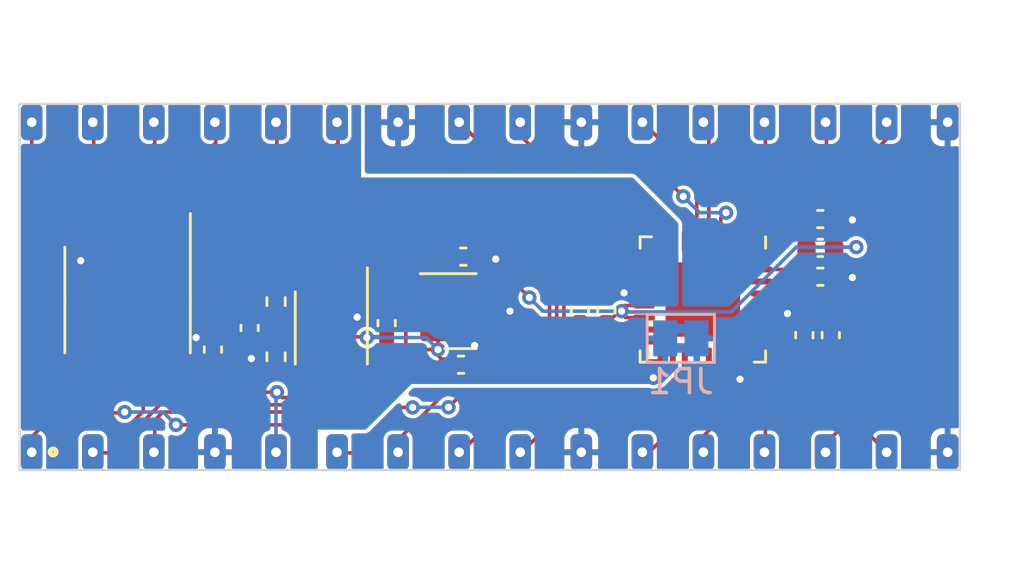
<source format=kicad_pcb>
(kicad_pcb (version 20221018) (generator pcbnew)
  (layers (0 "F.Cu" signal) (31 "B.Cu" signal) (34 "B.Paste" user) (35 "F.Paste" user) (36 "B.SilkS" user "B.Silkscreen") (37 "F.SilkS" user "F.Silkscreen") (38 "B.Mask" user) (39 "F.Mask" user) (44 "Edge.Cuts" user))
  (net 0 "")
  (net 1 "GND")
  (net 2 "+3.3VA")
  (net 3 "+3.3V")
  (net 4 "+5V")
  (net 5 "/V_SPKR")
  (net 6 "/MICBIAS")
  (net 7 "/FS")
  (net 8 "/DACIN")
  (net 9 "/ADCOUT")
  (net 10 "/CSB")
  (net 11 "GNDA")
  (net 12 "/SDIO")
  (net 13 "/SCLK")
  (net 14 "/MCLK")
  (net 15 "/BCLK")
  (net 16 "/CSB{slash}GPIO1")
  (net 17 "Net-(U2-VREF)")
  (net 18 "Net-(U2-SDIO)")
  (net 19 "Net-(U2-SCLK)")
  (net 20 "/LMIC_P")
  (net 21 "/LMIC_N")
  (net 22 "/RMIC_P")
  (net 23 "/RMIC_N")
  (net 24 "/LLIN{slash}GPIO2")
  (net 25 "/RLIN{slash}GPIO3")
  (net 26 "/RAUXIN")
  (net 27 "/LAUXIN")
  (net 28 "/AUXOUT1")
  (net 29 "/RSPKOUT")
  (net 30 "/LSPKOUT")
  (net 31 "/RHP")
  (net 32 "/LHP")
  (net 33 "Net-(U2-FS)")
  (net 34 "Net-(U2-BCLK)")
  (net 35 "Net-(U2-ADCOUT)")
  (net 36 "Net-(U2-DACIN)")
  (net 37 "Net-(U2-MCLK)")
  (net 38 "/AUXOUT2")
  (footprint "Capacitor_SMD:C_0402_1005Metric_Pad0.74x0.62mm_HandSolder" (layer "F.Cu") (at 141.801219 59.632506 90)
    (fp_text reference "C3" hide)
    (fp_text value "4.7u")
  )
  (footprint "Capacitor_SMD:C_0402_1005Metric_Pad0.74x0.62mm_HandSolder" (layer "F.Cu") (at 125.4375 61.26625 90)
    (fp_text reference "C10" hide)
    (fp_text value "4.7u")
  )
  (footprint "Capacitor_SMD:C_0402_1005Metric_Pad0.74x0.62mm_HandSolder" (layer "F.Cu") (at 150.701219 55.832506)
    (fp_text reference "C8" hide)
    (fp_text value "4.7u")
  )
  (footprint "Package_SO:TSSOP-14_4.4x5mm_P0.65mm" (layer "F.Cu") (at 121.8875 59.20375 -90)
    (fp_text reference "U4" hide)
    (fp_text value "74LV6T17")
  )
  (footprint "Capacitor_SMD:C_0402_1005Metric_Pad0.74x0.62mm_HandSolder" (layer "F.Cu") (at 150.0375 60.66625 90)
    (fp_text reference "C1" hide)
    (fp_text value "4.7u")
  )
  (footprint "Capacitor_SMD:C_0402_1005Metric_Pad0.74x0.62mm_HandSolder" (layer "F.Cu") (at 150.701219 58.232506)
    (fp_text reference "C2" hide)
    (fp_text value "4.7u")
  )
  (footprint "Capacitor_SMD:C_0402_1005Metric_Pad0.74x0.62mm_HandSolder" (layer "F.Cu") (at 132.6625 60.16625 90)
    (fp_text reference "C11" hide)
    (fp_text value "4.7u")
  )
  (footprint "Inductor_SMD:L_0402_1005Metric_Pad0.77x0.64mm_HandSolder" (layer "F.Cu") (at 150.701219 57.032506 180)
    (fp_text reference "FB1" hide)
    (fp_text value "FerriteBead_Small")
  )
  (footprint "anachron:DIP-32_pin_header" (layer "F.Cu") (at 142.03 58.67 90)
    (fp_text reference "SOCKET2" hide)
    (fp_text value "Conn_02x20_Counter_Clockwise")
  )
  (footprint "Package_SO:SSOP-8_2.95x2.8mm_P0.65mm" (layer "F.Cu") (at 130.3625 60.36625 -90)
    (fp_text reference "U6" hide)
    (fp_text value "TXS0102DCT")
  )
  (footprint "Resistor_SMD:R_0402_1005Metric_Pad0.72x0.64mm_HandSolder" (layer "F.Cu") (at 128.0625 59.26625 90)
    (fp_text reference "R1" hide)
    (fp_text value "10k")
  )
  (footprint "Capacitor_SMD:C_0402_1005Metric_Pad0.74x0.62mm_HandSolder" (layer "F.Cu") (at 140.701219 59.632506 90)
    (fp_text reference "C6" hide)
    (fp_text value "4.7u")
  )
  (footprint "Capacitor_SMD:C_0402_1005Metric_Pad0.74x0.62mm_HandSolder" (layer "F.Cu") (at 135.755 61.89625)
    (fp_text reference "C12" hide)
    (fp_text value "4.7u")
  )
  (footprint "Capacitor_SMD:C_0402_1005Metric_Pad0.74x0.62mm_HandSolder" (layer "F.Cu") (at 151.1375 60.66625 90)
    (fp_text reference "C7" hide)
    (fp_text value "4.7u")
  )
  (footprint "Capacitor_SMD:C_0402_1005Metric_Pad0.74x0.62mm_HandSolder" (layer "F.Cu") (at 126.9625 60.36625 -90)
    (fp_text reference "C9" hide)
    (fp_text value "4.7u")
  )
  (footprint "Package_TO_SOT_SMD:SOT-23" (layer "F.Cu") (at 135.7375 59.66625)
    (fp_text reference "U1" hide)
    (fp_text value "LM3480-3.3")
  )
  (footprint "Resistor_SMD:R_0402_1005Metric_Pad0.72x0.64mm_HandSolder" (layer "F.Cu") (at 128.0625 61.56625 -90)
    (fp_text reference "R2" hide)
    (fp_text value "10k")
  )
  (footprint "Package_DFN_QFN:QFN-32-1EP_5x5mm_P0.5mm_EP3.1x3.1mm" (layer "F.Cu") (at 145.816219 59.180006 -90)
    (fp_text reference "U2" hide)
    (fp_text value "NAU8822")
  )
  (footprint "Capacitor_SMD:C_0402_1005Metric_Pad0.74x0.62mm_HandSolder" (layer "F.Cu") (at 135.855 57.39625)
    (fp_text reference "C13" hide)
    (fp_text value "4.7u")
  )
  (footprint "Jumper:SolderJumper-2_P1.3mm_Bridged2Bar_Pad1.0x1.5mm" (layer "B.Cu") (at 144.9 60.8)
    (fp_text reference "JP1")
    (fp_text value "Jumper_2_Bridged")
  )
  (gr_line (start 117.392 66.278) (end 117.392 51.038) (stroke (width 0.1)) (layer "Edge.Cuts"))
  (gr_line (start 117.392 51.038) (end 156.508 51.038) (stroke (width 0.1)) (layer "Edge.Cuts"))
  (gr_line (start 156.508 51.038) (end 156.508 66.278) (stroke (width 0.1)) (layer "Edge.Cuts"))
  (gr_line (start 156.508 66.278) (end 117.392 66.278) (stroke (width 0.1)) (layer "Edge.Cuts"))
  (segment (start 143.378719 58.930006) (end 142.5375 58.930006) (width 0.15) (layer "F.Cu") (net 1))
  (segment (start 126.9625 60.93375) (end 126.9625 61.69125) (width 0.15) (layer "F.Cu") (net 1))
  (segment (start 142.5375 58.906254) (end 142.537345 58.906099) (width 0.15) (layer "F.Cu") (net 1))
  (segment (start 124.805 60.69875) (end 124.7375 60.76625) (width 0.15) (layer "F.Cu") (net 1))
  (segment (start 132.57 59.69125) (end 132.2375 59.69125) (width 0.15) (layer "F.Cu") (net 1))
  (segment (start 119.9375 56.34125) (end 119.9375 57.56625) (width 0.15) (layer "F.Cu") (net 1))
  (segment (start 136.3225 61.89625) (end 136.3225 61.09625) (width 0.15) (layer "F.Cu") (net 1))
  (segment (start 140.701219 59.065006) (end 141.801219 59.065006) (width 0.15) (layer "F.Cu") (net 1))
  (segment (start 144.566219 61.617506) (end 144.566219 62.055005) (width 0.15) (layer "F.Cu") (net 1))
  (segment (start 132.2375 59.69125) (end 132.0625 59.86625) (width 0.15) (layer "F.Cu") (net 1))
  (segment (start 142.4375 58.930006) (end 141.936219 58.930006) (width 0.15) (layer "F.Cu") (net 1))
  (segment (start 127.0375 61.76625) (end 127.0375 61.63875) (width 0.15) (layer "F.Cu") (net 1))
  (segment (start 143.378719 58.930006) (end 145.566219 58.930006) (width 0.15) (layer "F.Cu") (net 1))
  (segment (start 144.154974 62.46625) (end 143.781371 62.46625) (width 0.15) (layer "F.Cu") (net 1))
  (segment (start 130.9625 59.86625) (end 130.6875 59.59125) (width 0.15) (layer "F.Cu") (net 1))
  (segment (start 126.9625 61.69125) (end 127.0375 61.76625) (width 0.15) (layer "F.Cu") (net 1))
  (segment (start 131.4375 59.86625) (end 131.4375 59.916252) (width 0.15) (layer "F.Cu") (net 1))
  (segment (start 142.5375 58.930006) (end 142.5375 58.906254) (width 0.15) (layer "F.Cu") (net 1))
  (segment (start 144.566219 61.617506) (end 144.566219 60.430006) (width 0.15) (layer "F.Cu") (net 1))
  (segment (start 131.4375 59.86625) (end 130.9625 59.86625) (width 0.15) (layer "F.Cu") (net 1))
  (segment (start 130.6875 59.59125) (end 130.6875 58.66625) (width 0.15) (layer "F.Cu") (net 1))
  (segment (start 143.781371 62.46625) (end 143.756371 62.44125) (width 0.15) (layer "F.Cu") (net 1))
  (segment (start 137.09625 57.39625) (end 137.2 57.5) (width 0.15) (layer "F.Cu") (net 1))
  (segment (start 136.675 59.66625) (end 137.7925 59.66625) (width 0.15) (layer "F.Cu") (net 1))
  (segment (start 132.0625 59.86625) (end 131.4375 59.86625) (width 0.15) (layer "F.Cu") (net 1))
  (segment (start 144.566219 62.055005) (end 144.154974 62.46625) (width 0.15) (layer "F.Cu") (net 1))
  (segment (start 142.5375 58.930006) (end 142.4375 58.930006) (width 0.15) (layer "F.Cu") (net 1))
  (segment (start 125.4375 60.69875) (end 124.805 60.69875) (width 0.15) (layer "F.Cu") (net 1))
  (segment (start 136.4225 57.39625) (end 137.09625 57.39625) (width 0.15) (layer "F.Cu") (net 1))
  (via (at 143.756371 62.44125) (size 0.6) (drill 0.3) (layers "F.Cu" "B.Cu") (net 1))
  (via (at 124.7375 60.76625) (size 0.6) (drill 0.3) (layers "F.Cu" "B.Cu") (net 1))
  (via (at 136.3225 61.09625) (size 0.6) (drill 0.3) (layers "F.Cu" "B.Cu") (net 1))
  (via (at 142.537345 58.906099) (size 0.6) (drill 0.3) (layers "F.Cu" "B.Cu") (net 1))
  (via (at 127.0375 61.63875) (size 0.6) (drill 0.3) (layers "F.Cu" "B.Cu") (net 1))
  (via (at 131.4375 59.916252) (size 0.6) (drill 0.3) (layers "F.Cu" "B.Cu") (net 1))
  (via (at 119.9375 57.56625) (size 0.6) (drill 0.3) (layers "F.Cu" "B.Cu") (net 1))
  (via (at 137.7925 59.66625) (size 0.6) (drill 0.3) (layers "F.Cu" "B.Cu") (net 1))
  (via (at 137.2 57.5) (size 0.6) (drill 0.3) (layers "F.Cu" "B.Cu") (net 1))
  (segment (start 149.533719 58.232506) (end 149.231219 57.930006) (width 0.15) (layer "F.Cu") (net 2))
  (segment (start 148.253719 57.930006) (end 149.231219 57.930006) (width 0.15) (layer "F.Cu") (net 2))
  (segment (start 150.133719 58.232506) (end 149.533719 58.232506) (width 0.15) (layer "F.Cu") (net 2))
  (segment (start 149.231219 57.930006) (end 150.128719 57.032506) (width 0.15) (layer "F.Cu") (net 2))
  (segment (start 134.8 58.71625) (end 133.91625 58.71625) (width 0.15) (layer "F.Cu") (net 3))
  (segment (start 130.0375 62.86625) (end 129.6375 63.26625) (width 0.15) (layer "F.Cu") (net 3))
  (segment (start 142.336237 59.664987) (end 141.801219 60.200006) (width 0.15) (layer "F.Cu") (net 3))
  (segment (start 134.8 57.88375) (end 134.8 58.71625) (width 0.15) (layer "F.Cu") (net 3))
  (segment (start 130.7 57.2) (end 130.0375 57.8625) (width 0.15) (layer "F.Cu") (net 3))
  (segment (start 142.601256 59.930006) (end 142.4375 59.76625) (width 0.15) (layer "F.Cu") (net 3))
  (segment (start 152.2 57) (end 151.306225 57) (width 0.15) (layer "F.Cu") (net 3))
  (segment (start 134.8 58.71625) (end 138.21625 58.71625) (width 0.15) (layer "F.Cu") (net 3))
  (segment (start 124.66625 61.83375) (end 124.43375 62.06625) (width 0.15) (layer "F.Cu") (net 3))
  (segment (start 142.4375 59.66625) (end 142.3375 59.66625) (width 0.15) (layer "F.Cu") (net 3))
  (segment (start 128.1 63.04125) (end 125.9125 63.04125) (width 0.15) (layer "F.Cu") (net 3))
  (segment (start 142.571219 59.430006) (end 142.336237 59.664987) (width 0.15) (layer "F.Cu") (net 3))
  (segment (start 133.91625 58.71625) (end 132.4 57.2) (width 0.15) (layer "F.Cu") (net 3))
  (segment (start 142.3375 59.66625) (end 142.336237 59.664987) (width 0.15) (layer "F.Cu") (net 3))
  (segment (start 125.9125 63.04125) (end 125.4375 62.56625) (width 0.15) (layer "F.Cu") (net 3))
  (segment (start 129.5125 60.61625) (end 129.2625 60.36625) (width 0.15) (layer "F.Cu") (net 3))
  (segment (start 130.0375 62.06625) (end 130.0375 62.86625) (width 0.15) (layer "F.Cu") (net 3))
  (segment (start 138.21625 58.71625) (end 138.6 59.1) (width 0.15) (layer "F.Cu") (net 3))
  (segment (start 128.0625 60.96875) (end 128.0625 59.86375) (width 0.15) (layer "F.Cu") (net 3))
  (segment (start 128.1 63.04125) (end 128.325 63.26625) (width 0.15) (layer "F.Cu") (net 3))
  (segment (start 132.4 57.2) (end 130.7 57.2) (width 0.15) (layer "F.Cu") (net 3))
  (segment (start 126.9625 59.79875) (end 127.9975 59.79875) (width 0.15) (layer "F.Cu") (net 3))
  (segment (start 130.0375 61.14125) (end 129.5125 60.61625) (width 0.15) (layer "F.Cu") (net 3))
  (segment (start 140.701219 60.200006) (end 141.801219 60.200006) (width 0.15) (layer "F.Cu") (net 3))
  (segment (start 143.378719 59.430006) (end 142.571219 59.430006) (width 0.15) (layer "F.Cu") (net 3))
  (segment (start 130.0375 60.09125) (end 129.5125 60.61625) (width 0.15) (layer "F.Cu") (net 3))
  (segment (start 124.43375 62.06625) (end 123.8375 62.06625) (width 0.15) (layer "F.Cu") (net 3))
  (segment (start 129.2375 60.34125) (end 128.76 59.86375) (width 0.15) (layer "F.Cu") (net 3))
  (segment (start 130.0375 58.66625) (end 130.0375 60.09125) (width 0.15) (layer "F.Cu") (net 3))
  (segment (start 128.76 59.86375) (end 128.0625 59.86375) (width 0.15) (layer "F.Cu") (net 3))
  (segment (start 129.2625 60.36625) (end 129.2375 60.36625) (width 0.15) (layer "F.Cu") (net 3))
  (segment (start 125.4375 62.56625) (end 125.4375 61.83375) (width 0.15) (layer "F.Cu") (net 3))
  (segment (start 142.4375 59.76625) (end 142.4375 59.66625) (width 0.15) (layer "F.Cu") (net 3))
  (segment (start 135.2875 57.39625) (end 134.8 57.88375) (width 0.15) (layer "F.Cu") (net 3))
  (segment (start 130.0375 57.8625) (end 130.0375 58.66625) (width 0.15) (layer "F.Cu") (net 3))
  (segment (start 143.378719 59.930006) (end 142.601256 59.930006) (width 0.15) (layer "F.Cu") (net 3))
  (segment (start 129.2375 60.36625) (end 129.2375 60.34125) (width 0.15) (layer "F.Cu") (net 3))
  (segment (start 125.4375 61.83375) (end 124.66625 61.83375) (width 0.15) (layer "F.Cu") (net 3))
  (segment (start 128.325 63.26625) (end 129.6375 63.26625) (width 0.15) (layer "F.Cu") (net 3))
  (segment (start 130.0375 62.06625) (end 130.0375 61.14125) (width 0.15) (layer "F.Cu") (net 3))
  (via (at 142.4375 59.66625) (size 0.6) (drill 0.3) (layers "F.Cu" "B.Cu") (net 3))
  (via (at 128.1 63.04125) (size 0.6) (drill 0.3) (layers "F.Cu" "B.Cu") (net 3))
  (via (at 138.6 59.1) (size 0.6) (drill 0.3) (layers "F.Cu" "B.Cu") (net 3))
  (via (at 152.2 57) (size 0.6) (drill 0.3) (layers "F.Cu" "B.Cu") (net 3))
  (segment (start 128.06 65.54) (end 128.06 63.08125) (width 0.15) (layer "B.Cu") (net 3))
  (segment (start 142.4375 59.66625) (end 142.519657 59.66625) (width 0.15) (layer "B.Cu") (net 3))
  (segment (start 128.06 63.08125) (end 128.1 63.04125) (width 0.15) (layer "B.Cu") (net 3))
  (segment (start 139.16625 59.66625) (end 142.4375 59.66625) (width 0.15) (layer "B.Cu") (net 3))
  (segment (start 142.519657 59.66625) (end 142.553407 59.7) (width 0.15) (layer "B.Cu") (net 3))
  (segment (start 147 59.7) (end 149.7 57) (width 0.15) (layer "B.Cu") (net 3))
  (segment (start 142.553407 59.7) (end 147 59.7) (width 0.15) (layer "B.Cu") (net 3))
  (segment (start 149.7 57) (end 152.2 57) (width 0.15) (layer "B.Cu") (net 3))
  (segment (start 138.6 59.1) (end 139.16625 59.66625) (width 0.15) (layer "B.Cu") (net 3))
  (segment (start 134.13375 61.26625) (end 134.8 61.26625) (width 0.15) (layer "F.Cu") (net 4))
  (segment (start 130.6875 61.41625) (end 131.37 60.73375) (width 0.15) (layer "F.Cu") (net 4))
  (segment (start 134.8 61.26625) (end 134.8 60.61625) (width 0.15) (layer "F.Cu") (net 4))
  (segment (start 131.8375 60.76625) (end 131.87 60.73375) (width 0.15) (layer "F.Cu") (net 4))
  (segment (start 134.8 61.50875) (end 134.8 61.26625) (width 0.15) (layer "F.Cu") (net 4))
  (segment (start 118.5 63.9) (end 121.8 63.9) (width 0.15) (layer "F.Cu") (net 4))
  (segment (start 135.1875 61.89625) (end 134.8 61.50875) (width 0.15) (layer "F.Cu") (net 4))
  (segment (start 131 64.4) (end 134.13375 61.26625) (width 0.15) (layer "F.Cu") (net 4))
  (segment (start 121.8 63.9) (end 121.766636 63.866636) (width 0.15) (layer "F.Cu") (net 4))
  (segment (start 117.9 51.8) (end 117.9 63.3) (width 0.15) (layer "F.Cu") (net 4))
  (segment (start 123.9 64.4) (end 131 64.4) (width 0.15) (layer "F.Cu") (net 4))
  (segment (start 117.9 63.3) (end 118.5 63.9) (width 0.15) (layer "F.Cu") (net 4))
  (segment (start 131.37 60.73375) (end 131.805 60.73375) (width 0.15) (layer "F.Cu") (net 4))
  (segment (start 131.805 60.73375) (end 131.8375 60.76625) (width 0.15) (layer "F.Cu") (net 4))
  (segment (start 131.87 60.73375) (end 132.6625 60.73375) (width 0.15) (layer "F.Cu") (net 4))
  (via (at 134.8 61.26625) (size 0.6) (drill 0.3) (layers "F.Cu" "B.Cu") (net 4))
  (via (at 123.9 64.4) (size 0.6) (drill 0.3) (layers "F.Cu" "B.Cu") (net 4))
  (via (at 131.8375 60.76625) (size 0.6) (drill 0.3) (layers "F.Cu" "B.Cu") (net 4))
  (via (at 121.766636 63.866636) (size 0.6) (drill 0.3) (layers "F.Cu" "B.Cu") (net 4))
  (segment (start 123.9 64.4) (end 123.366636 63.866636) (width 0.15) (layer "B.Cu") (net 4))
  (segment (start 134.3 60.76625) (end 134.8 61.26625) (width 0.15) (layer "B.Cu") (net 4))
  (segment (start 131.8375 60.76625) (end 134.3 60.76625) (width 0.15) (layer "B.Cu") (net 4))
  (segment (start 123.366636 63.866636) (end 121.766636 63.866636) (width 0.15) (layer "B.Cu") (net 4))
  (segment (start 151.07 61.23375) (end 150.3375 61.96625) (width 0.15) (layer "F.Cu") (net 5))
  (segment (start 149.216219 61.96625) (end 148.916219 61.66625) (width 0.15) (layer "F.Cu") (net 5))
  (segment (start 150.3375 61.96625) (end 149.216219 61.96625) (width 0.15) (layer "F.Cu") (net 5))
  (segment (start 148.916219 60.655007) (end 148.691218 60.430006) (width 0.15) (layer "F.Cu") (net 5))
  (segment (start 149.216219 61.96625) (end 148.7375 62.444969) (width 0.15) (layer "F.Cu") (net 5))
  (segment (start 148.7375 62.444969) (end 148.7375 62.46625) (width 0.15) (layer "F.Cu") (net 5))
  (segment (start 148.4175 62.78625) (end 148.4175 65.56625) (width 0.15) (layer "F.Cu") (net 5))
  (segment (start 148.916219 61.66625) (end 148.916219 60.655007) (width 0.15) (layer "F.Cu") (net 5))
  (segment (start 148.7375 62.46625) (end 148.4175 62.78625) (width 0.15) (layer "F.Cu") (net 5))
  (segment (start 148.691218 60.430006) (end 148.253719 60.430006) (width 0.15) (layer "F.Cu") (net 5))
  (segment (start 148.253719 57.430006) (end 149.851219 55.832506) (width 0.15) (layer "F.Cu") (net 6))
  (segment (start 153.4975 52.468725) (end 150.133719 55.832506) (width 0.15) (layer "F.Cu") (net 6))
  (segment (start 125.875001 53.56625) (end 123.8375 55.603751) (width 0.15) (layer "F.Cu") (net 7))
  (segment (start 130.6375 52.66625) (end 129.7375 53.56625) (width 0.15) (layer "F.Cu") (net 7))
  (segment (start 129.7375 53.56625) (end 125.875001 53.56625) (width 0.15) (layer "F.Cu") (net 7))
  (segment (start 130.6375 51.82625) (end 130.6375 52.66625) (width 0.15) (layer "F.Cu") (net 7))
  (segment (start 123.8375 55.603751) (end 123.8375 56.34125) (width 0.15) (layer "F.Cu") (net 7))
  (segment (start 123.0175 52.68625) (end 122.7375 52.96625) (width 0.15) (layer "F.Cu") (net 8))
  (segment (start 119.0375 54.76625) (end 119.0375 62.56625) (width 0.15) (layer "F.Cu") (net 8))
  (segment (start 120.5875 62.803749) (end 120.5875 62.06625) (width 0.15) (layer "F.Cu") (net 8))
  (segment (start 119.6375 63.16625) (end 120.224999 63.16625) (width 0.15) (layer "F.Cu") (net 8))
  (segment (start 122.7375 52.96625) (end 120.8375 52.96625) (width 0.15) (layer "F.Cu") (net 8))
  (segment (start 120.8375 52.96625) (end 119.0375 54.76625) (width 0.15) (layer "F.Cu") (net 8))
  (segment (start 123.0175 51.82625) (end 123.0175 52.68625) (width 0.15) (layer "F.Cu") (net 8))
  (segment (start 119.0375 62.56625) (end 119.6375 63.16625) (width 0.15) (layer "F.Cu") (net 8))
  (segment (start 120.224999 63.16625) (end 120.5875 62.803749) (width 0.15) (layer "F.Cu") (net 8))
  (segment (start 125.2375 52.96625) (end 125.5575 52.64625) (width 0.15) (layer "F.Cu") (net 9))
  (segment (start 125.5575 52.64625) (end 125.5575 51.82625) (width 0.15) (layer "F.Cu") (net 9))
  (segment (start 123.225001 52.96625) (end 125.2375 52.96625) (width 0.15) (layer "F.Cu") (net 9))
  (segment (start 120.5875 55.603751) (end 123.225001 52.96625) (width 0.15) (layer "F.Cu") (net 9))
  (segment (start 120.5875 56.34125) (end 120.5875 55.603751) (width 0.15) (layer "F.Cu") (net 9))
  (segment (start 118.235 64.565) (end 121.810736 64.565) (width 0.15) (layer "F.Cu") (net 10))
  (segment (start 122.5375 63.838236) (end 122.5375 62.06625) (width 0.15) (layer "F.Cu") (net 10))
  (segment (start 121.810736 64.565) (end 122.5375 63.838236) (width 0.15) (layer "F.Cu") (net 10))
  (segment (start 117.9375 64.8625) (end 118.235 64.565) (width 0.15) (layer "F.Cu") (net 10))
  (segment (start 117.9375 65.56625) (end 117.9375 64.8625) (width 0.15) (layer "F.Cu") (net 10))
  (segment (start 149.001256 59.430006) (end 149.3375 59.76625) (width 0.15) (layer "F.Cu") (net 11))
  (segment (start 152.003756 58.232506) (end 152.0375 58.26625) (width 0.15) (layer "F.Cu") (net 11))
  (segment (start 150.0375 60.09875) (end 151.1375 60.09875) (width 0.15) (layer "F.Cu") (net 11))
  (segment (start 151.268719 58.232506) (end 152.003756 58.232506) (width 0.15) (layer "F.Cu") (net 11))
  (segment (start 149.705 59.76625) (end 150.0375 60.09875) (width 0.15) (layer "F.Cu") (net 11))
  (segment (start 147.566219 61.617506) (end 147.566219 62.297469) (width 0.15) (layer "F.Cu") (net 11))
  (segment (start 147.566219 62.297469) (end 147.362875 62.500813) (width 0.15) (layer "F.Cu") (net 11))
  (segment (start 152.003756 55.832506) (end 152.0375 55.86625) (width 0.15) (layer "F.Cu") (net 11))
  (segment (start 148.253719 59.430006) (end 149.001256 59.430006) (width 0.15) (layer "F.Cu") (net 11))
  (segment (start 149.3375 59.76625) (end 149.705 59.76625) (width 0.15) (layer "F.Cu") (net 11))
  (segment (start 151.268719 55.832506) (end 152.003756 55.832506) (width 0.15) (layer "F.Cu") (net 11))
  (via (at 152.0375 55.86625) (size 0.6) (drill 0.3) (layers "F.Cu" "B.Cu") (net 11))
  (via (at 147.362875 62.500813) (size 0.6) (drill 0.3) (layers "F.Cu" "B.Cu") (net 11))
  (via (at 152.0375 58.26625) (size 0.6) (drill 0.3) (layers "F.Cu" "B.Cu") (net 11))
  (via (at 149.3375 59.76625) (size 0.6) (drill 0.3) (layers "F.Cu" "B.Cu") (net 11))
  (segment (start 132.8625 58.66625) (end 133.4625 59.26625) (width 0.15) (layer "F.Cu") (net 12))
  (segment (start 131.3375 58.66625) (end 132.8625 58.66625) (width 0.15) (layer "F.Cu") (net 12))
  (segment (start 133.4625 61.24125) (end 130.8375 63.86625) (width 0.15) (layer "F.Cu") (net 12))
  (segment (start 123.358014 63.86625) (end 123.0175 64.206764) (width 0.15) (layer "F.Cu") (net 12))
  (segment (start 123.0175 64.206764) (end 123.0175 65.56625) (width 0.15) (layer "F.Cu") (net 12))
  (segment (start 133.4625 59.26625) (end 133.4625 61.24125) (width 0.15) (layer "F.Cu") (net 12))
  (segment (start 130.8375 63.86625) (end 123.358014 63.86625) (width 0.15) (layer "F.Cu") (net 12))
  (segment (start 121.23375 65.56625) (end 120.4775 65.56625) (width 0.15) (layer "F.Cu") (net 13))
  (segment (start 130.5875 63.56625) (end 123.23375 63.56625) (width 0.15) (layer "F.Cu") (net 13))
  (segment (start 123.23375 63.56625) (end 121.23375 65.56625) (width 0.15) (layer "F.Cu") (net 13))
  (segment (start 131.3375 62.81625) (end 130.5875 63.56625) (width 0.15) (layer "F.Cu") (net 13))
  (segment (start 131.3375 62.06625) (end 131.3375 62.81625) (width 0.15) (layer "F.Cu") (net 13))
  (segment (start 118.7375 62.690514) (end 118.7375 54.56625) (width 0.15) (layer "F.Cu") (net 14))
  (segment (start 121.8875 62.803749) (end 121.224999 63.46625) (width 0.15) (layer "F.Cu") (net 14))
  (segment (start 120.4775 52.82625) (end 120.4775 51.82625) (width 0.15) (layer "F.Cu") (net 14))
  (segment (start 121.224999 63.46625) (end 119.513236 63.46625) (width 0.15) (layer "F.Cu") (net 14))
  (segment (start 119.513236 63.46625) (end 118.7375 62.690514) (width 0.15) (layer "F.Cu") (net 14))
  (segment (start 118.7375 54.56625) (end 120.4775 52.82625) (width 0.15) (layer "F.Cu") (net 14))
  (segment (start 121.8875 62.06625) (end 121.8875 62.803749) (width 0.15) (layer "F.Cu") (net 14))
  (segment (start 128.0975 52.70625) (end 128.0975 51.82625) (width 0.15) (layer "F.Cu") (net 15))
  (segment (start 122.5375 56.34125) (end 122.5375 55.56625) (width 0.15) (layer "F.Cu") (net 15))
  (segment (start 122.5375 55.56625) (end 124.8375 53.26625) (width 0.15) (layer "F.Cu") (net 15))
  (segment (start 127.5375 53.26625) (end 128.0975 52.70625) (width 0.15) (layer "F.Cu") (net 15))
  (segment (start 124.8375 53.26625) (end 127.5375 53.26625) (width 0.15) (layer "F.Cu") (net 15))
  (segment (start 142.673744 60.430006) (end 142.0375 61.06625) (width 0.15) (layer "F.Cu") (net 16))
  (segment (start 140.5375 61.06625) (end 140.0375 60.56625) (width 0.15) (layer "F.Cu") (net 16))
  (segment (start 140.0375 60.56625) (end 140.0375 58.464747) (width 0.15) (layer "F.Cu") (net 16))
  (segment (start 140.0375 58.464747) (end 137.539003 55.96625) (width 0.15) (layer "F.Cu") (net 16))
  (segment (start 128.550001 55.96625) (end 123.1875 61.328751) (width 0.15) (layer "F.Cu") (net 16))
  (segment (start 142.0375 61.06625) (end 140.5375 61.06625) (width 0.15) (layer "F.Cu") (net 16))
  (segment (start 143.378719 60.430006) (end 142.673744 60.430006) (width 0.15) (layer "F.Cu") (net 16))
  (segment (start 137.539003 55.96625) (end 128.550001 55.96625) (width 0.15) (layer "F.Cu") (net 16))
  (segment (start 123.1875 61.328751) (end 123.1875 62.06625) (width 0.15) (layer "F.Cu") (net 16))
  (segment (start 150.0375 61.23375) (end 148.733756 59.930006) (width 0.15) (layer "F.Cu") (net 17))
  (segment (start 148.733756 59.930006) (end 148.253719 59.930006) (width 0.15) (layer "F.Cu") (net 17))
  (segment (start 137.290475 56.56625) (end 139.4375 58.713275) (width 0.15) (layer "F.Cu") (net 18))
  (segment (start 129.3875 58.66625) (end 129.3875 57.64125) (width 0.15) (layer "F.Cu") (net 18))
  (segment (start 139.4375 61.114778) (end 140.065227 61.742505) (width 0.15) (layer "F.Cu") (net 18))
  (segment (start 140.065227 61.742505) (end 143.94122 61.742505) (width 0.15) (layer "F.Cu") (net 18))
  (segment (start 143.94122 61.742505) (end 144.066219 61.617506) (width 0.15) (layer "F.Cu") (net 18))
  (segment (start 130.4625 56.56625) (end 137.290475 56.56625) (width 0.15) (layer "F.Cu") (net 18))
  (segment (start 129.3875 57.64125) (end 130.4625 56.56625) (width 0.15) (layer "F.Cu") (net 18))
  (segment (start 139.4375 58.713275) (end 139.4375 61.114778) (width 0.15) (layer "F.Cu") (net 18))
  (segment (start 128.0625 58.66875) (end 129.385 58.66875) (width 0.15) (layer "F.Cu") (net 18))
  (segment (start 139.7375 58.589011) (end 139.7375 60.868787) (width 0.15) (layer "F.Cu") (net 19))
  (segment (start 126.46 62.16375) (end 126.1375 61.84125) (width 0.15) (layer "F.Cu") (net 19))
  (segment (start 128.0625 62.16375) (end 126.46 62.16375) (width 0.15) (layer "F.Cu") (net 19))
  (segment (start 140.234963 61.36625) (end 142.161764 61.36625) (width 0.15) (layer "F.Cu") (net 19))
  (segment (start 139.7375 60.868787) (end 140.234963 61.36625) (width 0.15) (layer "F.Cu") (net 19))
  (segment (start 128.674265 56.26625) (end 137.414739 56.26625) (width 0.15) (layer "F.Cu") (net 19))
  (segment (start 142.598008 60.930006) (end 143.378719 60.930006) (width 0.15) (layer "F.Cu") (net 19))
  (segment (start 126.1375 58.803015) (end 128.674265 56.26625) (width 0.15) (layer "F.Cu") (net 19))
  (segment (start 137.414739 56.26625) (end 139.7375 58.589011) (width 0.15) (layer "F.Cu") (net 19))
  (segment (start 142.161764 61.36625) (end 142.598008 60.930006) (width 0.15) (layer "F.Cu") (net 19))
  (segment (start 129.3875 62.06625) (end 128.16 62.06625) (width 0.15) (layer "F.Cu") (net 19))
  (segment (start 126.1375 61.84125) (end 126.1375 58.803015) (width 0.15) (layer "F.Cu") (net 19))
  (segment (start 150.9575 53.351225) (end 147.566219 56.742506) (width 0.15) (layer "F.Cu") (net 20))
  (segment (start 150.9575 51.82625) (end 150.9575 53.351225) (width 0.15) (layer "F.Cu") (net 20))
  (segment (start 148.4175 54.953726) (end 147.066219 56.305007) (width 0.15) (layer "F.Cu") (net 21))
  (segment (start 148.4175 51.82625) (end 148.4175 54.953726) (width 0.15) (layer "F.Cu") (net 21))
  (segment (start 147.066219 56.742506) (end 147.066219 56.305007) (width 0.15) (layer "F.Cu") (net 21))
  (segment (start 146.066219 56.742506) (end 146.066219 52.014969) (width 0.15) (layer "F.Cu") (net 22))
  (segment (start 145.566219 54.054969) (end 143.3375 51.82625) (width 0.15) (layer "F.Cu") (net 23))
  (segment (start 145.566219 56.742506) (end 145.566219 54.054969) (width 0.15) (layer "F.Cu") (net 23))
  (segment (start 145.001891 54.888178) (end 143.179963 53.06625) (width 0.15) (layer "F.Cu") (net 24))
  (segment (start 146.566219 56.742506) (end 146.566219 55.782506) (width 0.15) (layer "F.Cu") (net 24))
  (segment (start 146.566219 55.782506) (end 146.781219 55.567506) (width 0.15) (layer "F.Cu") (net 24))
  (segment (start 138.9375 53.06625) (end 138.2575 52.38625) (width 0.15) (layer "F.Cu") (net 24))
  (segment (start 143.179963 53.06625) (end 138.9375 53.06625) (width 0.15) (layer "F.Cu") (net 24))
  (via (at 146.781219 55.567506) (size 0.6) (drill 0.3) (layers "F.Cu" "B.Cu") (net 24))
  (via (at 145.001891 54.888178) (size 0.6) (drill 0.3) (layers "F.Cu" "B.Cu") (net 24))
  (segment (start 145.681219 55.567506) (end 146.781219 55.567506) (width 0.15) (layer "B.Cu") (net 24))
  (segment (start 145.001891 54.888178) (end 145.681219 55.567506) (width 0.15) (layer "B.Cu") (net 24))
  (segment (start 137.2575 53.36625) (end 135.7175 51.82625) (width 0.15) (layer "F.Cu") (net 25))
  (segment (start 145.066219 55.694969) (end 142.7375 53.36625) (width 0.15) (layer "F.Cu") (net 25))
  (segment (start 145.066219 56.742506) (end 145.066219 55.694969) (width 0.15) (layer "F.Cu") (net 25))
  (segment (start 142.7375 53.36625) (end 137.2575 53.36625) (width 0.15) (layer "F.Cu") (net 25))
  (segment (start 145.566219 62.055005) (end 145.566219 61.617506) (width 0.15) (layer "F.Cu") (net 26))
  (segment (start 133.126213 63.673787) (end 131.23375 65.56625) (width 0.15) (layer "F.Cu") (net 26))
  (segment (start 133.745037 63.673787) (end 133.126213 63.673787) (width 0.15) (layer "F.Cu") (net 26))
  (segment (start 131.23375 65.56625) (end 130.6375 65.56625) (width 0.15) (layer "F.Cu") (net 26))
  (segment (start 144.354974 63.26625) (end 145.566219 62.055005) (width 0.15) (layer "F.Cu") (net 26))
  (segment (start 135.6375 63.26625) (end 144.354974 63.26625) (width 0.15) (layer "F.Cu") (net 26))
  (segment (start 135.2375 63.66625) (end 135.6375 63.26625) (width 0.15) (layer "F.Cu") (net 26))
  (via (at 133.745037 63.673787) (size 0.6) (drill 0.3) (layers "F.Cu" "B.Cu") (net 26))
  (via (at 135.2375 63.66625) (size 0.6) (drill 0.3) (layers "F.Cu" "B.Cu") (net 26))
  (segment (start 133.745037 63.673787) (end 133.752574 63.66625) (width 0.15) (layer "B.Cu") (net 26))
  (segment (start 133.752574 63.66625) (end 135.2375 63.66625) (width 0.15) (layer "B.Cu") (net 26))
  (segment (start 145.066219 62.055005) (end 145.066219 61.617506) (width 0.15) (layer "F.Cu") (net 27))
  (segment (start 135.195037 62.96625) (end 144.154974 62.96625) (width 0.15) (layer "F.Cu") (net 27))
  (segment (start 133.1775 64.983787) (end 135.195037 62.96625) (width 0.15) (layer "F.Cu") (net 27))
  (segment (start 144.154974 62.96625) (end 145.066219 62.055005) (width 0.15) (layer "F.Cu") (net 27))
  (segment (start 146.066219 62.055005) (end 146.066219 61.617506) (width 0.15) (layer "F.Cu") (net 28))
  (segment (start 137.7175 63.56625) (end 144.554974 63.56625) (width 0.15) (layer "F.Cu") (net 28))
  (segment (start 135.7175 65.56625) (end 137.7175 63.56625) (width 0.15) (layer "F.Cu") (net 28))
  (segment (start 144.554974 63.56625) (end 146.066219 62.055005) (width 0.15) (layer "F.Cu") (net 28))
  (segment (start 147.066219 62.055005) (end 143.554974 65.56625) (width 0.15) (layer "F.Cu") (net 29))
  (segment (start 147.066219 61.617506) (end 147.066219 62.055005) (width 0.15) (layer "F.Cu") (net 29))
  (segment (start 148.253719 62.450031) (end 145.8775 64.82625) (width 0.15) (layer "F.Cu") (net 30))
  (segment (start 145.8775 64.82625) (end 145.8775 65.56625) (width 0.15) (layer "F.Cu") (net 30))
  (segment (start 148.253719 60.930006) (end 148.253719 62.450031) (width 0.15) (layer "F.Cu") (net 30))
  (segment (start 151.8375 59.889554) (end 151.8375 64.2625) (width 0.15) (layer "F.Cu") (net 31))
  (segment (start 149.668756 59.305742) (end 151.253688 59.305742) (width 0.15) (layer "F.Cu") (net 31))
  (segment (start 151.8375 64.2625) (end 150.9575 65.1425) (width 0.15) (layer "F.Cu") (net 31))
  (segment (start 149.29302 58.930006) (end 149.668756 59.305742) (width 0.15) (layer "F.Cu") (net 31))
  (segment (start 151.253688 59.305742) (end 151.8375 59.889554) (width 0.15) (layer "F.Cu") (net 31))
  (segment (start 148.253719 58.930006) (end 149.29302 58.930006) (width 0.15) (layer "F.Cu") (net 31))
  (segment (start 149.882691 59.005742) (end 151.377952 59.005742) (width 0.15) (layer "F.Cu") (net 32))
  (segment (start 152.1375 59.76529) (end 152.1375 64.20625) (width 0.15) (layer "F.Cu") (net 32))
  (segment (start 151.377952 59.005742) (end 152.1375 59.76529) (width 0.15) (layer "F.Cu") (net 32))
  (segment (start 148.289963 58.46625) (end 149.343199 58.46625) (width 0.15) (layer "F.Cu") (net 32))
  (segment (start 152.1375 64.20625) (end 153.4975 65.56625) (width 0.15) (layer "F.Cu") (net 32))
  (segment (start 149.343199 58.46625) (end 149.882691 59.005742) (width 0.15) (layer "F.Cu") (net 32))
  (segment (start 124.2 57.30375) (end 123.60011 57.30375) (width 0.15) (layer "F.Cu") (net 33))
  (segment (start 127.0375 54.46625) (end 124.2 57.30375) (width 0.15) (layer "F.Cu") (net 33))
  (segment (start 144.566219 56.742506) (end 144.566219 56.305007) (width 0.15) (layer "F.Cu") (net 33))
  (segment (start 144.566219 56.305007) (end 142.727462 54.46625) (width 0.15) (layer "F.Cu") (net 33))
  (segment (start 123.60011 57.30375) (end 123.1875 56.89114) (width 0.15) (layer "F.Cu") (net 33))
  (segment (start 142.727462 54.46625) (end 127.0375 54.46625) (width 0.15) (layer "F.Cu") (net 33))
  (segment (start 144.066219 56.742506) (end 142.089963 54.76625) (width 0.15) (layer "F.Cu") (net 34))
  (segment (start 124.324264 57.60375) (end 122.375 57.60375) (width 0.15) (layer "F.Cu") (net 34))
  (segment (start 127.161764 54.76625) (end 124.324264 57.60375) (width 0.15) (layer "F.Cu") (net 34))
  (segment (start 122.375 57.60375) (end 121.8875 57.11625) (width 0.15) (layer "F.Cu") (net 34))
  (segment (start 121.8875 57.11625) (end 121.8875 56.34125) (width 0.15) (layer "F.Cu") (net 34))
  (segment (start 142.089963 54.76625) (end 127.161764 54.76625) (width 0.15) (layer "F.Cu") (net 34))
  (segment (start 121.850736 57.90375) (end 121.2375 57.290514) (width 0.15) (layer "F.Cu") (net 35))
  (segment (start 121.2375 57.290514) (end 121.2375 56.34125) (width 0.15) (layer "F.Cu") (net 35))
  (segment (start 143.378719 57.430006) (end 141.014963 55.06625) (width 0.15) (layer "F.Cu") (net 35))
  (segment (start 124.448528 57.90375) (end 121.850736 57.90375) (width 0.15) (layer "F.Cu") (net 35))
  (segment (start 141.014963 55.06625) (end 127.286028 55.06625) (width 0.15) (layer "F.Cu") (net 35))
  (segment (start 127.286028 55.06625) (end 124.448528 57.90375) (width 0.15) (layer "F.Cu") (net 35))
  (segment (start 137.909988 55.36625) (end 127.410292 55.36625) (width 0.15) (layer "F.Cu") (net 36))
  (segment (start 119.9375 61.328751) (end 119.9375 62.06625) (width 0.15) (layer "F.Cu") (net 36))
  (segment (start 124.572792 58.20375) (end 123.062501 58.20375) (width 0.15) (layer "F.Cu") (net 36))
  (segment (start 143.378719 57.930006) (end 140.473744 57.930006) (width 0.15) (layer "F.Cu") (net 36))
  (segment (start 140.473744 57.930006) (end 137.909988 55.36625) (width 0.15) (layer "F.Cu") (net 36))
  (segment (start 123.062501 58.20375) (end 119.9375 61.328751) (width 0.15) (layer "F.Cu") (net 36))
  (segment (start 127.410292 55.36625) (end 124.572792 58.20375) (width 0.15) (layer "F.Cu") (net 36))
  (segment (start 143.032899 58.430006) (end 142.832899 58.230006) (width 0.15) (layer "F.Cu") (net 37))
  (segment (start 137.663267 55.66625) (end 127.534556 55.66625) (width 0.15) (layer "F.Cu") (net 37))
  (segment (start 121.2375 61.328751) (end 121.2375 62.06625) (width 0.15) (layer "F.Cu") (net 37))
  (segment (start 124.697056 58.50375) (end 124.062501 58.50375) (width 0.15) (layer "F.Cu") (net 37))
  (segment (start 142.832899 58.230006) (end 140.227023 58.230006) (width 0.15) (layer "F.Cu") (net 37))
  (segment (start 127.534556 55.66625) (end 124.697056 58.50375) (width 0.15) (layer "F.Cu") (net 37))
  (segment (start 124.062501 58.50375) (end 121.2375 61.328751) (width 0.15) (layer "F.Cu") (net 37))
  (segment (start 140.227023 58.230006) (end 137.663267 55.66625) (width 0.15) (layer "F.Cu") (net 37))
  (segment (start 146.566219 62.037531) (end 146.566219 61.617506) (width 0.15) (layer "F.Cu") (net 38))
  (segment (start 144.7375 63.86625) (end 139.9575 63.86625) (width 0.15) (layer "F.Cu") (net 38))
  (segment (start 139.9575 63.86625) (end 138.2575 65.56625) (width 0.15) (layer "F.Cu") (net 38))
  (segment (start 144.7375 63.86625) (end 146.566219 62.037531) (width 0.15) (layer "F.Cu") (net 38))
  (zone (net 11) (net_name "GNDA") (layer "B.Cu") (connect_pads (clearance 0.15)) (min_thickness 0.25) (fill yes (thermal_gap 0.25) (thermal_bridge_width 0.25))
    (polygon (pts (xy 156.4875 66.31625) (xy 129.8375 66.31625) (xy 129.8375 64.66625) (xy 131.8375 64.66625) (xy 133.7375 62.76625) (xy 144.1375 62.76625) (xy 144.8375 62.06625) (xy 144.8375 55.96625) (xy 142.8375 53.96625) (xy 131.7375 53.96625) (xy 131.7375 50.86625) (xy 156.2775 50.86625) (xy 156.4875 51.07625)))
  )
  (zone (net 1) (net_name "GND") (layer "B.Cu") (priority 1) (connect_pads (clearance 0.15)) (min_thickness 0.25) (fill yes (thermal_gap 0.25) (thermal_bridge_width 0.25))
    (polygon (pts (xy 131.6 50.8) (xy 131.6 54.1) (xy 142.9 54.1) (xy 144.8 56) (xy 144.8 62) (xy 144.1 62.7) (xy 133.7 62.7) (xy 131.8 64.6) (xy 129.8 64.6) (xy 129.8 66.3) (xy 117.46 66.3) (xy 117.45 66.29) (xy 117.45 50.85) (xy 117.5 50.8)))
  )
)
</source>
